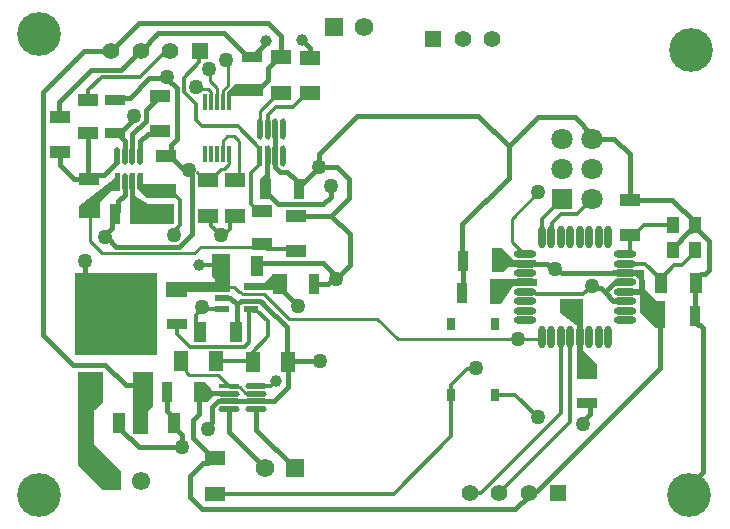
<source format=gtl>
G04*
G04 #@! TF.GenerationSoftware,Altium Limited,Altium Designer,24.5.2 (23)*
G04*
G04 Layer_Physical_Order=1*
G04 Layer_Color=255*
%FSLAX44Y44*%
%MOMM*%
G71*
G04*
G04 #@! TF.SameCoordinates,4C0C2288-5299-42BB-A2D6-562D11BE746C*
G04*
G04*
G04 #@! TF.FilePolarity,Positive*
G04*
G01*
G75*
%ADD15C,0.2540*%
%ADD16R,1.0500X1.4500*%
%ADD17R,1.7000X1.1500*%
%ADD18R,0.8200X1.8200*%
%ADD19R,0.9500X1.7000*%
%ADD20R,1.8034X1.1176*%
G04:AMPARAMS|DCode=21|XSize=1.5052mm|YSize=0.4549mm|CornerRadius=0.2275mm|HoleSize=0mm|Usage=FLASHONLY|Rotation=90.000|XOffset=0mm|YOffset=0mm|HoleType=Round|Shape=RoundedRectangle|*
%AMROUNDEDRECTD21*
21,1,1.5052,0.0000,0,0,90.0*
21,1,1.0503,0.4549,0,0,90.0*
1,1,0.4549,0.0000,0.5252*
1,1,0.4549,0.0000,-0.5252*
1,1,0.4549,0.0000,-0.5252*
1,1,0.4549,0.0000,0.5252*
%
%ADD21ROUNDEDRECTD21*%
%ADD22R,0.4549X1.5052*%
%ADD23R,1.7500X1.1000*%
G04:AMPARAMS|DCode=24|XSize=1.8052mm|YSize=0.465mm|CornerRadius=0.2325mm|HoleSize=0mm|Usage=FLASHONLY|Rotation=90.000|XOffset=0mm|YOffset=0mm|HoleType=Round|Shape=RoundedRectangle|*
%AMROUNDEDRECTD24*
21,1,1.8052,0.0000,0,0,90.0*
21,1,1.3402,0.4650,0,0,90.0*
1,1,0.4650,0.0000,0.6701*
1,1,0.4650,0.0000,-0.6701*
1,1,0.4650,0.0000,-0.6701*
1,1,0.4650,0.0000,0.6701*
%
%ADD24ROUNDEDRECTD24*%
%ADD25R,0.4650X1.8052*%
%ADD26R,7.0000X7.0000*%
%ADD27R,1.5000X2.5000*%
%ADD28R,1.8200X1.0200*%
%ADD29R,1.7000X0.9500*%
%ADD30R,1.1176X1.8034*%
%ADD31R,1.1500X1.7000*%
%ADD32R,0.7500X1.0000*%
%ADD33R,1.8052X0.4650*%
G04:AMPARAMS|DCode=34|XSize=1.8052mm|YSize=0.465mm|CornerRadius=0.2325mm|HoleSize=0mm|Usage=FLASHONLY|Rotation=0.000|XOffset=0mm|YOffset=0mm|HoleType=Round|Shape=RoundedRectangle|*
%AMROUNDEDRECTD34*
21,1,1.8052,0.0000,0,0,0.0*
21,1,1.3402,0.4650,0,0,0.0*
1,1,0.4650,0.6701,0.0000*
1,1,0.4650,-0.6701,0.0000*
1,1,0.4650,-0.6701,0.0000*
1,1,0.4650,0.6701,0.0000*
%
%ADD34ROUNDEDRECTD34*%
%ADD35O,1.9500X0.6000*%
%ADD36O,0.6000X1.9500*%
%ADD37R,0.3000X1.4000*%
%ADD38R,1.0200X1.8200*%
%ADD39R,1.2000X0.6000*%
%ADD56R,1.4000X1.4000*%
%ADD57C,1.4000*%
%ADD59R,1.5700X1.5700*%
%ADD60C,1.5700*%
%ADD61C,1.5500*%
%ADD62R,1.5500X1.5500*%
%ADD67C,0.3000*%
%ADD68C,0.2800*%
%ADD69C,0.4000*%
%ADD70C,0.3810*%
%ADD71C,0.3500*%
%ADD72C,0.2600*%
%ADD73C,3.7000*%
%ADD74R,1.8000X1.8000*%
%ADD75C,1.8000*%
%ADD76C,1.2700*%
%ADD77C,1.0000*%
G36*
X219710Y377444D02*
Y367792D01*
X192532D01*
Y356108D01*
X189230D01*
Y371094D01*
X195580Y377444D01*
X218440D01*
X219710Y377444D01*
D02*
G37*
G36*
X117856Y293116D02*
X145796Y293116D01*
X145796Y281178D01*
X120396Y281178D01*
X113284Y288290D01*
Y302260D01*
X117856D01*
X117856Y293116D01*
D02*
G37*
G36*
X225298Y280416D02*
X216662D01*
Y282194D01*
Y296926D01*
X221234Y301498D01*
Y324866D01*
X225298D01*
Y280416D01*
D02*
G37*
G36*
X98044Y287020D02*
X91440D01*
X81788Y277368D01*
Y263906D01*
X63246D01*
X63500Y264160D01*
X63260Y274005D01*
X93726Y298244D01*
Y298450D01*
X93980Y298704D01*
Y302260D01*
X98044D01*
Y287020D01*
D02*
G37*
G36*
X110998Y282448D02*
X121950Y276098D01*
X144018D01*
Y258826D01*
X117094D01*
Y259027D01*
X106934D01*
Y302006D01*
X110998D01*
Y282448D01*
D02*
G37*
G36*
X432308Y228346D02*
X450850D01*
X450850Y222758D01*
X427228Y222758D01*
X422656Y218186D01*
X413512D01*
Y238760D01*
X421894D01*
X432308Y228346D01*
D02*
G37*
G36*
X451104Y206756D02*
X431469Y206756D01*
X420878Y191516D01*
X411480D01*
Y212344D01*
X451104D01*
Y206756D01*
D02*
G37*
G36*
X239776Y199644D02*
X228092Y199644D01*
Y203200D01*
X203708D01*
Y209296D01*
X220726D01*
X220980Y209550D01*
X226822Y214884D01*
Y216408D01*
X239014D01*
X239268Y216662D01*
X239776Y216916D01*
X239776Y199644D01*
D02*
G37*
G36*
X191516Y201676D02*
X154940D01*
Y197104D01*
X136906D01*
Y210058D01*
X178562D01*
Y210820D01*
Y212598D01*
X178308Y212852D01*
X176022Y215138D01*
Y233934D01*
X191516D01*
Y201676D01*
D02*
G37*
G36*
X542853Y204161D02*
X553212Y193802D01*
X559816D01*
Y190754D01*
Y171196D01*
X551180D01*
Y171704D01*
X538988Y183896D01*
Y198628D01*
X517652D01*
Y204216D01*
X537972D01*
X537972Y204216D01*
Y211836D01*
X535178Y214630D01*
X516128D01*
Y220472D01*
X542036D01*
X542853Y204161D01*
D02*
G37*
G36*
X490728Y173228D02*
X490474D01*
Y152430D01*
X502412Y139790D01*
X502412Y127508D01*
X485140D01*
Y173228D01*
X484632D01*
X470916Y183896D01*
Y195834D01*
X490728D01*
Y173228D01*
D02*
G37*
G36*
X175006Y119888D02*
X176435Y117602D01*
X198374D01*
Y113538D01*
X177546D01*
X172212Y108204D01*
X161036D01*
Y125476D01*
X170482D01*
X175006Y119888D01*
D02*
G37*
G36*
X126492Y133350D02*
Y105156D01*
X122174Y100838D01*
Y81026D01*
X109474D01*
X109474Y133350D01*
X126492Y133350D01*
D02*
G37*
G36*
X84074Y108712D02*
X77089Y101727D01*
X76708D01*
Y72668D01*
X99060Y49270D01*
Y34042D01*
X83820D01*
X83826Y34036D01*
X62484Y55124D01*
Y106178D01*
X62738D01*
Y133858D01*
X84074D01*
X84074Y108712D01*
D02*
G37*
D15*
X161100Y234252D02*
X166772Y239924D01*
X216766Y339240D02*
Y354884D01*
X231946Y370064D01*
X83134Y234252D02*
X161100D01*
X72854Y244532D02*
Y268746D01*
Y244532D02*
X83134Y234252D01*
X216586Y239924D02*
X218440Y241778D01*
X166772Y239924D02*
X216586D01*
X231946Y370064D02*
X234696D01*
X430530Y243548D02*
Y263652D01*
Y243548D02*
X440510Y233568D01*
X430530Y263652D02*
X452628Y285750D01*
X440510Y233568D02*
X441176D01*
X72390Y269210D02*
X72854Y268746D01*
D16*
X566716Y258482D02*
D03*
Y236982D02*
D03*
X585216D02*
D03*
Y258482D02*
D03*
D17*
X196088Y295924D02*
D03*
Y265924D02*
D03*
X259334Y399810D02*
D03*
Y369810D02*
D03*
X234696Y400064D02*
D03*
Y370064D02*
D03*
X179070Y60720D02*
D03*
Y30720D02*
D03*
X172466Y266192D02*
D03*
Y296192D02*
D03*
D18*
X388860Y228092D02*
D03*
X418860D02*
D03*
X555230Y180848D02*
D03*
X585230D02*
D03*
D19*
X416082Y200914D02*
D03*
X388082D02*
D03*
X121950Y267716D02*
D03*
X93950D02*
D03*
X249712Y288798D02*
D03*
X221712D02*
D03*
X262666Y208026D02*
D03*
X234666D02*
D03*
X165892Y116840D02*
D03*
X137892D02*
D03*
D20*
X137160Y316992D02*
D03*
Y287020D02*
D03*
X132588Y367538D02*
D03*
Y337566D02*
D03*
X247396Y266192D02*
D03*
Y236220D02*
D03*
X47498Y350012D02*
D03*
Y320040D02*
D03*
X530098Y249682D02*
D03*
Y279654D02*
D03*
D21*
X95914Y316567D02*
D03*
X102414D02*
D03*
X108914D02*
D03*
X115414D02*
D03*
Y294557D02*
D03*
X108914D02*
D03*
X102414D02*
D03*
D22*
X95914D02*
D03*
D23*
X71374Y363982D02*
D03*
Y335982D02*
D03*
X218440Y269778D02*
D03*
Y241778D02*
D03*
D24*
X216766Y339240D02*
D03*
X223266D02*
D03*
X229766D02*
D03*
X236266D02*
D03*
Y316230D02*
D03*
X229766D02*
D03*
X223266D02*
D03*
D25*
X216766D02*
D03*
D26*
X94996Y182626D02*
D03*
D27*
X117996Y120126D02*
D03*
X71996D02*
D03*
D28*
X72390Y297210D02*
D03*
Y269210D02*
D03*
D29*
X94488Y364266D02*
D03*
Y336266D02*
D03*
X210312Y372588D02*
D03*
Y400588D02*
D03*
X146812Y202214D02*
D03*
Y174214D02*
D03*
X494030Y135442D02*
D03*
Y107442D02*
D03*
D30*
X184658Y223774D02*
D03*
X214630D02*
D03*
X196342Y167640D02*
D03*
X166370D02*
D03*
X585978Y209042D02*
D03*
X556006D02*
D03*
D31*
X210552Y141986D02*
D03*
X240552D02*
D03*
X179592Y143256D02*
D03*
X149592D02*
D03*
D32*
X378506Y114272D02*
D03*
Y174272D02*
D03*
X416006Y114272D02*
D03*
Y174272D02*
D03*
D33*
X190425Y122018D02*
D03*
D34*
Y115518D02*
D03*
Y109018D02*
D03*
Y102518D02*
D03*
X213435D02*
D03*
Y109018D02*
D03*
Y115518D02*
D03*
Y122018D02*
D03*
D35*
X526176Y177568D02*
D03*
Y185568D02*
D03*
Y193568D02*
D03*
Y201568D02*
D03*
Y209568D02*
D03*
Y217568D02*
D03*
Y225568D02*
D03*
Y233568D02*
D03*
X441176D02*
D03*
Y225568D02*
D03*
Y217568D02*
D03*
Y209568D02*
D03*
Y201568D02*
D03*
Y193568D02*
D03*
Y185568D02*
D03*
Y177568D02*
D03*
D36*
X511676Y248068D02*
D03*
X503676D02*
D03*
X495676D02*
D03*
X487676D02*
D03*
X479676D02*
D03*
X471676D02*
D03*
X463676D02*
D03*
X455676D02*
D03*
Y163068D02*
D03*
X463676D02*
D03*
X471676D02*
D03*
X479676D02*
D03*
X487676D02*
D03*
X495676D02*
D03*
X503676D02*
D03*
X511676D02*
D03*
D37*
X190594Y362614D02*
D03*
X185594D02*
D03*
X180594D02*
D03*
X175594D02*
D03*
X170594D02*
D03*
Y318614D02*
D03*
X175594D02*
D03*
X180594D02*
D03*
X185594D02*
D03*
X190594D02*
D03*
D38*
X97820Y90678D02*
D03*
X69820D02*
D03*
X116048Y90932D02*
D03*
X144048D02*
D03*
D39*
X184604Y206096D02*
D03*
Y196596D02*
D03*
Y187096D02*
D03*
X209604D02*
D03*
Y206096D02*
D03*
D56*
X165932Y405892D02*
D03*
X363512Y416052D02*
D03*
X469354Y31242D02*
D03*
D57*
X140932Y405892D02*
D03*
X115932D02*
D03*
X90932D02*
D03*
X413512Y416052D02*
D03*
X388512D02*
D03*
X394354Y31242D02*
D03*
X419354D02*
D03*
X444354D02*
D03*
D59*
X279654Y425958D02*
D03*
X246126Y52324D02*
D03*
D60*
X305054Y425958D02*
D03*
X220726Y52324D02*
D03*
D61*
X116078Y41656D02*
D03*
D62*
X91078D02*
D03*
D67*
X152442Y370773D02*
X162773Y360442D01*
Y347005D02*
X168148Y341630D01*
X162773Y347005D02*
Y360442D01*
X165512Y396149D02*
Y405472D01*
X152442Y370773D02*
Y383079D01*
X165512Y405472D02*
X165932Y405892D01*
X152442Y383079D02*
X165512Y396149D01*
X215941Y310354D02*
Y323756D01*
Y310354D02*
X216766Y309529D01*
X168148Y341630D02*
X198067D01*
X215941Y323756D01*
X195834Y265987D02*
X197866Y263955D01*
X184404Y224028D02*
X184658Y223774D01*
X165100Y224028D02*
X184404D01*
X213435Y122018D02*
X226529D01*
X230495Y125984D01*
X450664Y200068D02*
X451366Y199366D01*
X441176Y201568D02*
X448738D01*
X450238Y200068D02*
X450664D01*
X490704Y199366D02*
X497840Y206502D01*
X448738Y201568D02*
X450238Y200068D01*
X451366Y199366D02*
X490704D01*
X203792Y155056D02*
X207772Y159036D01*
X209272Y187096D02*
X209604D01*
X207772Y185596D02*
X209272Y187096D01*
X207772Y159036D02*
Y185596D01*
X223520Y163844D02*
Y176530D01*
X209604Y186995D02*
X211003Y185596D01*
X214454D01*
X223520Y176530D01*
X157872Y155056D02*
X203792D01*
X210552Y141986D02*
Y150876D01*
X137955Y405892D02*
X140932D01*
X134456Y402392D02*
X137955Y405892D01*
X134168Y402392D02*
X134456D01*
X115570Y383794D02*
X134168Y402392D01*
X222474Y237998D02*
X245364D01*
X218440Y242032D02*
X222474Y237998D01*
X223266Y339240D02*
X223582Y339555D01*
Y351344D01*
X230124Y357886D02*
X244660D01*
X223582Y351344D02*
X230124Y357886D01*
X256584Y369810D02*
X259334D01*
X244660Y357886D02*
X256584Y369810D01*
X212650Y272572D02*
X218440D01*
X209550Y302313D02*
X216766Y309529D01*
X209550Y275672D02*
Y302313D01*
Y275672D02*
X212650Y272572D01*
X175455Y257763D02*
X183642Y249576D01*
X195564Y265987D02*
X195834D01*
X175455Y257763D02*
Y263012D01*
X183642Y249576D02*
X186127D01*
X172212Y266255D02*
X175455Y263012D01*
X191314Y254763D02*
Y261737D01*
X186127Y249576D02*
X191314Y254763D01*
Y261737D02*
X195564Y265987D01*
X394591Y31479D02*
X404097D01*
X471676Y99058D02*
Y163068D01*
X394354Y31242D02*
X394591Y31479D01*
X404097D02*
X471676Y99058D01*
X497840Y206502D02*
X499676Y204666D01*
X146812Y166116D02*
Y174214D01*
Y166116D02*
X157872Y155056D01*
X149098Y257895D02*
Y279400D01*
X143764Y249936D02*
Y252561D01*
X149098Y257895D01*
X71379Y372225D02*
X82949Y383794D01*
X115570D01*
X556006Y212471D02*
X567817Y224282D01*
X574516D01*
X585216Y234982D02*
Y236982D01*
X574516Y224282D02*
X585216Y234982D01*
X526176Y225568D02*
X542909D01*
X556006Y212471D01*
X530098Y235166D02*
Y249682D01*
X528500Y233568D02*
X530098Y235166D01*
X526176Y233568D02*
X528500D01*
X542327Y258482D02*
X566716D01*
X533527Y249682D02*
X542327Y258482D01*
X530098Y249682D02*
X533527D01*
X464250Y248642D02*
Y260034D01*
X471371Y267155D02*
X485087D01*
X464250Y260034D02*
X471371Y267155D01*
X463676Y248068D02*
X464250Y248642D01*
X479676Y91564D02*
Y163068D01*
X419354Y31242D02*
X479676Y91564D01*
X378506Y122474D02*
X391949Y135917D01*
X398807D01*
X378506Y79294D02*
Y122474D01*
X398807Y135917D02*
X400050Y137160D01*
X168658Y188212D02*
X171283D01*
X172399Y187096D02*
X184604D01*
X171283Y188212D02*
X172399Y187096D01*
X162814Y182369D02*
X167894Y187449D01*
Y188976D01*
X162814Y171196D02*
Y182369D01*
Y171196D02*
X166370Y167640D01*
X209282Y143256D02*
X210552Y141986D01*
X179592Y143256D02*
X209282D01*
X139724Y282932D02*
X145566D01*
X149098Y279400D01*
X135636Y287020D02*
X139724Y282932D01*
X329932Y30720D02*
X378506Y79294D01*
X179070Y30720D02*
X329932D01*
X210552Y150876D02*
X223520Y163844D01*
X71379Y363987D02*
Y372225D01*
X71374Y363982D02*
X71379Y363987D01*
X485087Y267155D02*
X498348Y280416D01*
X455676Y263144D02*
X472948Y280416D01*
X455676Y248068D02*
Y263144D01*
D68*
X173482Y390144D02*
X174205Y389421D01*
Y380135D02*
Y389421D01*
X180526Y362682D02*
Y373814D01*
X174205Y380135D02*
X180526Y373814D01*
Y362682D02*
X180594Y362614D01*
X188468Y397510D02*
X189551Y391919D01*
Y376268D02*
Y391919D01*
X185798Y372516D02*
X189551Y376268D01*
X185662Y371036D02*
X185798Y372516D01*
X185594Y362614D02*
X185662Y368214D01*
Y371036D01*
X198882Y298718D02*
Y329486D01*
X185526Y329704D02*
X189070Y333248D01*
X195120D01*
X198882Y329486D01*
X333321Y161544D02*
X435610D01*
X454290D02*
X455676Y162930D01*
X435610Y161544D02*
X454290D01*
X455676Y162930D02*
Y163068D01*
X186256Y305922D02*
X190526Y310192D01*
X175216Y296192D02*
X179566Y300542D01*
X190526Y310192D02*
Y318546D01*
X169716Y296192D02*
X172466D01*
X179566Y301652D02*
X183836Y305922D01*
X172466Y296192D02*
X175216D01*
X163218Y302690D02*
X169716Y296192D01*
X179566Y300542D02*
Y301652D01*
X190526Y318546D02*
X190594Y318614D01*
X183836Y305922D02*
X186256D01*
X316049Y178816D02*
X333321Y161544D01*
X220706Y199664D02*
X241554Y178816D01*
X202182Y199664D02*
X220706D01*
X241554Y178816D02*
X316049D01*
X200170Y201676D02*
X202182Y199664D01*
X194970Y206096D02*
X199390Y201676D01*
X200170D01*
X184604Y206096D02*
X194970D01*
X175562Y370332D02*
Y371141D01*
X173174Y373529D02*
X175562Y371141D01*
X163661Y373529D02*
X173174D01*
X175562Y362646D02*
X175594Y362614D01*
X175562Y362646D02*
Y370332D01*
X162324Y374867D02*
X163661Y373529D01*
X185526Y318682D02*
X185594Y318614D01*
X185526Y318682D02*
Y329704D01*
X196088Y295924D02*
X198882Y298718D01*
D69*
X277114Y266192D02*
X292862Y250444D01*
X281178Y212598D02*
X292862Y224282D01*
X281178Y212598D02*
Y214952D01*
X292862Y224282D02*
Y250444D01*
X277114Y266192D02*
X292322Y281400D01*
X221204Y286064D02*
Y289814D01*
X103124Y122682D02*
X118872D01*
X33020Y165100D02*
X58166Y139954D01*
X33020Y371094D02*
X67818Y405892D01*
X33020Y165100D02*
Y371094D01*
X90932Y405892D02*
X114300Y429260D01*
X223520D01*
X67818Y405892D02*
X90843D01*
X223520Y429260D02*
X234696Y418084D01*
Y400064D02*
Y418084D01*
X223266Y391384D02*
X231946Y400064D01*
X234696D01*
X217604Y375338D02*
X223266Y381000D01*
Y391384D01*
X210312Y372588D02*
X213062Y375338D01*
X217604D01*
X85852Y139954D02*
X103124Y122682D01*
X58166Y139954D02*
X85852D01*
Y247650D02*
X87126D01*
X85852D02*
Y250004D01*
X95222Y239554D02*
X148064D01*
X87126Y247650D02*
X95222Y239554D01*
X252730Y414528D02*
X259334Y407924D01*
Y399810D02*
Y407924D01*
X252730Y414528D02*
X252730D01*
X259334Y399810D02*
X259334Y399810D01*
X274252Y208026D02*
X278824Y212598D01*
X234666Y204276D02*
Y208026D01*
X249428Y189230D02*
Y189514D01*
X262666Y208026D02*
X274252D01*
X234666Y204276D02*
X249428Y189514D01*
X278824Y212598D02*
X281178D01*
X68326Y209296D02*
X94996Y182626D01*
X580000Y30000D02*
Y37277D01*
X591566Y48843D01*
Y171405D01*
X585978Y212439D02*
X590066Y216527D01*
X530098Y279654D02*
Y318008D01*
X452247Y349504D02*
X483362D01*
X401828Y350266D02*
X427419Y324675D01*
X253181Y293791D02*
X266700Y307310D01*
X585216Y256482D02*
Y258482D01*
X580466Y252732D02*
X581466D01*
X566716Y236982D02*
Y238982D01*
X388239Y258953D02*
X427419Y298132D01*
X298958Y350266D02*
X401828D01*
X388239Y228713D02*
Y258953D01*
X216408Y226060D02*
X270070D01*
X566044Y279654D02*
X585216Y260482D01*
X516890Y331216D02*
X530098Y318008D01*
X266700D02*
X298958Y350266D01*
X281940Y307594D02*
X292322Y297212D01*
Y281400D02*
Y297212D01*
X530098Y279654D02*
X566044D01*
X483362Y349504D02*
X498348Y334518D01*
X266700Y307594D02*
X281940D01*
X214630Y224282D02*
X216408Y226060D01*
X585230Y175848D02*
Y208294D01*
X585978Y209042D02*
Y212439D01*
X590066Y216527D02*
X593462D01*
X427419Y298132D02*
Y324675D01*
X388239Y228713D02*
X388860Y228092D01*
X593462Y216527D02*
X596646Y219710D01*
Y245052D01*
X581466Y252732D02*
X585216Y256482D01*
X566716Y238982D02*
X580466Y252732D01*
X427419Y324675D02*
X452247Y349504D01*
X270070Y226060D02*
X281178Y214952D01*
X587330Y173748D02*
X589223D01*
X585216Y258482D02*
Y260482D01*
X498348Y331216D02*
X516890D01*
X388456Y202184D02*
Y227688D01*
X266700Y307594D02*
Y318008D01*
X247396Y266192D02*
X277114D01*
X589223Y173748D02*
X591566Y171405D01*
X585230Y175848D02*
X587330Y173748D01*
X585216Y256482D02*
X596646Y245052D01*
X498348Y331216D02*
Y334518D01*
X388456Y227688D02*
X388860Y228092D01*
X205351Y401799D02*
X211592D01*
X137922Y382183D02*
X138250D01*
X94577Y364177D02*
X96124Y365724D01*
X46736Y349792D02*
Y362204D01*
X144048Y90932D02*
Y94932D01*
Y86932D02*
Y90932D01*
X228906Y109018D02*
X240552Y120664D01*
X219636Y191590D02*
X239536Y171690D01*
X216994Y194232D02*
X217098Y194128D01*
X217274D01*
X219636Y191766D01*
Y191590D02*
Y191766D01*
X200836Y194232D02*
X216994D01*
X239536Y142494D02*
Y171690D01*
X197546Y190942D02*
X200836Y194232D01*
X191893Y196596D02*
X197546Y190942D01*
X197358Y190754D02*
X197546Y190942D01*
X196342Y168910D02*
X197358Y169926D01*
X184604Y196596D02*
X191893D01*
X197358Y169926D02*
Y190754D01*
X246962Y293816D02*
X250782Y289995D01*
X233633Y303172D02*
X239782D01*
X246962Y293816D02*
Y295992D01*
X239782Y303172D02*
X246962Y295992D01*
X249712Y288798D02*
X250782Y289995D01*
X229766Y316230D02*
Y339240D01*
Y316230D02*
X229890Y316106D01*
X229766Y339240D02*
X229890Y339364D01*
Y306914D02*
X233633Y303172D01*
X229890Y306914D02*
Y316106D01*
X270510Y275844D02*
X276860Y282194D01*
X224856Y283314D02*
X232326Y275844D01*
X270510D01*
X130918Y420878D02*
X186272D01*
X203812Y403338D02*
X205351Y401799D01*
X203812Y403338D02*
Y403338D01*
X186272Y420878D02*
X203812Y403338D01*
X86454Y389356D02*
X99082D01*
X114954Y405228D01*
Y405228D01*
X115932Y405892D02*
X130918Y420878D01*
X276860Y282194D02*
Y291338D01*
X221204Y286064D02*
X223954Y283314D01*
X224856D01*
X211603Y401805D02*
X220594Y410796D01*
X211592Y401799D02*
X211603Y401805D01*
X220594Y410796D02*
Y413126D01*
X221742Y414274D01*
X441176Y225568D02*
X459656D01*
X464498Y220726D01*
X466852D01*
X159766Y78102D02*
X172570Y65298D01*
X159766Y93218D02*
X165100Y98552D01*
X159766Y78102D02*
Y93218D01*
X165100Y116048D02*
X165892Y116840D01*
X165100Y98552D02*
Y116048D01*
X137892Y101088D02*
X144048Y94932D01*
X137892Y101088D02*
Y116840D01*
X144048Y86932D02*
X150876Y80104D01*
X190301Y108894D02*
X190425Y109018D01*
X181109Y108894D02*
X190301D01*
X176276Y104060D02*
X181109Y108894D01*
X176276Y91694D02*
Y104060D01*
X176183Y91601D02*
X176276Y91694D01*
X176183Y91415D02*
Y91601D01*
X172720Y87952D02*
X176183Y91415D01*
X172720Y85598D02*
Y87952D01*
X150876Y70104D02*
Y80104D01*
X97820Y86678D02*
Y90678D01*
Y86678D02*
X114394Y70104D01*
X150876D01*
X213435Y109018D02*
X228906D01*
X190425D02*
X213435D01*
X68326Y209296D02*
Y227584D01*
X446267Y33155D02*
X451565D01*
X555230Y136820D01*
Y180848D01*
X444354Y31242D02*
X446267Y33155D01*
X505349Y204666D02*
X508620Y201394D01*
X508903Y201677D02*
X516411Y209185D01*
X508620Y201394D02*
X516064Y193951D01*
X499676Y204666D02*
X504949D01*
X516064Y193951D02*
X525793D01*
X516411Y209185D02*
X525793D01*
X159258Y250748D02*
Y299398D01*
X148064Y239554D02*
X159258Y250748D01*
X137978Y316992D02*
X140589D01*
X102414Y284024D02*
Y294557D01*
X96700Y278310D02*
X102414Y284024D01*
X73914Y389382D02*
X86428D01*
X86454Y389356D01*
X46736Y362204D02*
X73914Y389382D01*
X141566Y326237D02*
X146558Y331229D01*
X138250Y382183D02*
X146558Y373875D01*
Y331229D02*
Y373875D01*
X137978Y316992D02*
X141566Y320580D01*
Y326237D01*
X137160Y316992D02*
X137978D01*
X93950Y267716D02*
X96700Y270466D01*
X91200Y264966D02*
X93950Y267716D01*
X123216Y382296D02*
X136424D01*
X144177Y312888D02*
Y313404D01*
X96124Y365724D02*
X106645D01*
X123216Y382296D01*
X140589Y316992D02*
X144177Y313404D01*
Y312888D02*
X150855Y306211D01*
X96700Y270466D02*
Y278310D01*
X157734Y27940D02*
X168148Y17526D01*
X157734Y45974D02*
X168730Y56970D01*
X157734Y27940D02*
Y45974D01*
X168730Y56970D02*
X172570D01*
X176320Y60720D01*
X179070D01*
X172570Y64470D02*
X176320Y60720D01*
X172570Y64470D02*
Y65298D01*
X490474Y92665D02*
X496062Y98253D01*
X494030Y107442D02*
X496062Y105410D01*
Y98253D02*
Y105410D01*
X490474Y89916D02*
Y92665D01*
X240552Y141986D02*
X241568Y143002D01*
X267970D01*
X240552Y120664D02*
Y141986D01*
X472364Y217568D02*
X526176D01*
X168148Y17526D02*
X432777D01*
X444354Y29103D01*
X91200Y255352D02*
Y264966D01*
X85852Y250004D02*
X91200Y255352D01*
X525793Y193951D02*
X526176Y193568D01*
X525793Y209185D02*
X526176Y209568D01*
X444354Y29103D02*
Y31242D01*
X213435Y85015D02*
Y102518D01*
Y85015D02*
X246126Y52324D01*
X190425Y82625D02*
Y102518D01*
Y82625D02*
X220726Y52324D01*
D70*
X59152Y297210D02*
X72390D01*
X47498Y308864D02*
X59152Y297210D01*
X47498Y308864D02*
Y320040D01*
X98238Y336266D02*
X108535Y346563D01*
Y349073D02*
X110236Y350774D01*
X94488Y336266D02*
X98238D01*
X108535Y346563D02*
Y349073D01*
X71374Y298226D02*
Y335982D01*
Y298226D02*
X72390Y297210D01*
X85004Y300405D02*
X95914Y311315D01*
Y316567D01*
X75585Y300405D02*
X85004D01*
X72390Y297210D02*
X75585Y300405D01*
X96393Y334361D02*
X97394D01*
X102414Y329341D01*
X94488Y336266D02*
X96393Y334361D01*
X120523Y346513D02*
Y355473D01*
X108914Y334904D02*
X120523Y346513D01*
Y355473D02*
X132588Y367538D01*
X130683Y335661D02*
X132588Y337566D01*
X121891Y335661D02*
X130683D01*
X115414Y329184D02*
X121891Y335661D01*
X115414Y316567D02*
Y329184D01*
X108914Y316567D02*
Y334904D01*
X102414Y316567D02*
Y329341D01*
D71*
X416006Y114272D02*
X432844D01*
X451866Y95250D01*
D72*
X191268Y121175D02*
X199576D01*
X204390Y116361D02*
X204441D01*
X199576Y121175D02*
X204390Y116361D01*
X204441D02*
X204892Y115910D01*
X213043D01*
X181019Y131424D02*
X191268Y121175D01*
X154042Y133902D02*
X156520Y131424D01*
X154042Y133902D02*
Y138806D01*
X149592Y143256D02*
X154042Y138806D01*
X156520Y131424D02*
X181019D01*
X213043Y115910D02*
X213435Y115518D01*
D73*
X582168Y406654D02*
D03*
X30000Y30000D02*
D03*
X580000D02*
D03*
X30000Y420000D02*
D03*
D74*
X472948Y280416D02*
D03*
D75*
X498348D02*
D03*
X472948Y305816D02*
D03*
X498348D02*
D03*
X472948Y331216D02*
D03*
X498348D02*
D03*
D76*
X110236Y350774D02*
D03*
X85852Y247650D02*
D03*
X435610Y161544D02*
D03*
X249428Y189230D02*
D03*
X281178Y212598D02*
D03*
X68326Y227584D02*
D03*
X183642Y249576D02*
D03*
X136906Y268288D02*
D03*
X143764Y249936D02*
D03*
X490474Y89916D02*
D03*
X451866Y95250D02*
D03*
X267970Y143002D02*
D03*
X266700Y307594D02*
D03*
X400050Y137160D02*
D03*
X167894Y188976D02*
D03*
X162324Y374867D02*
D03*
X188468Y397510D02*
D03*
X173482Y390144D02*
D03*
X156464Y304546D02*
D03*
X497840Y206502D02*
D03*
X452628Y285750D02*
D03*
X466852Y220726D02*
D03*
X477266Y188722D02*
D03*
X172720Y85598D02*
D03*
X150876Y70104D02*
D03*
X137922Y383794D02*
D03*
X276860Y291338D02*
D03*
D77*
X252730Y414528D02*
D03*
X230495Y125984D02*
D03*
X165100Y224028D02*
D03*
X221742Y414274D02*
D03*
M02*

</source>
